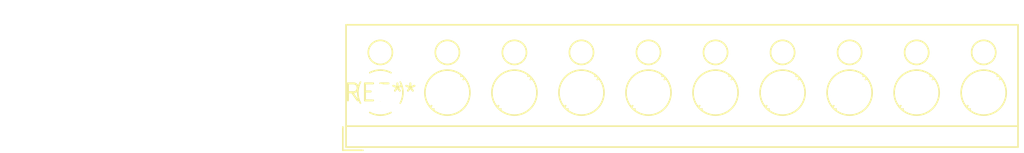
<source format=kicad_pcb>
(kicad_pcb (version 20240108) (generator pcbnew)
  (layers (0 "F.Cu" signal) (31 "B.Cu" signal) (34 "B.Paste" user) (35 "F.Paste" user) (36 "B.SilkS" user "B.Silkscreen") (37 "F.SilkS" user "F.Silkscreen") (38 "B.Mask" user) (39 "F.Mask" user) (44 "Edge.Cuts" user))
  (net 0 "")
  (footprint "TerminalBlock_RND_205-00009_1x10_P5.00mm_Horizontal" (layer "F.Cu") (at 0 0)
    (property "Reference" "REF**")
    (property "Value" "TerminalBlock_RND_205-00009_1x10_P5.00mm_Horizontal")
    (fp_line (start -2.8 2.56) (end -2.8 4.3) (layer "F.SilkS") (stroke (width 0.12)))
    (fp_line (start -2.8 4.3) (end -1.3 4.3) (layer "F.SilkS") (stroke (width 0.12)))
    (fp_line (start -2.56 -5.06) (end -2.56 4.06) (layer "F.SilkS") (stroke (width 0.12)))
    (fp_line (start -2.56 -5.06) (end 47.56 -5.06) (layer "F.SilkS") (stroke (width 0.12)))
    (fp_line (start -2.56 2.5) (end 47.56 2.5) (layer "F.SilkS") (stroke (width 0.12)))
    (fp_line (start -2.56 4.06) (end 47.56 4.06) (layer "F.SilkS") (stroke (width 0.12)))
    (fp_line (start 3.82 0.976) (end 3.726 1.069) (layer "F.SilkS") (stroke (width 0.12)))
    (fp_line (start 3.99 1.216) (end 3.931 1.274) (layer "F.SilkS") (stroke (width 0.12)))
    (fp_line (start 6.07 -1.275) (end 6.011 -1.216) (layer "F.SilkS") (stroke (width 0.12)))
    (fp_line (start 6.275 -1.069) (end 6.181 -0.976) (layer "F.SilkS") (stroke (width 0.12)))
    (fp_line (start 8.82 0.976) (end 8.726 1.069) (layer "F.SilkS") (stroke (width 0.12)))
    (fp_line (start 8.99 1.216) (end 8.931 1.274) (layer "F.SilkS") (stroke (width 0.12)))
    (fp_line (start 11.07 -1.275) (end 11.011 -1.216) (layer "F.SilkS") (stroke (width 0.12)))
    (fp_line (start 11.275 -1.069) (end 11.181 -0.976) (layer "F.SilkS") (stroke (width 0.12)))
    (fp_line (start 13.82 0.976) (end 13.726 1.069) (layer "F.SilkS") (stroke (width 0.12)))
    (fp_line (start 13.99 1.216) (end 13.931 1.274) (layer "F.SilkS") (stroke (width 0.12)))
    (fp_line (start 16.07 -1.275) (end 16.011 -1.216) (layer "F.SilkS") (stroke (width 0.12)))
    (fp_line (start 16.275 -1.069) (end 16.181 -0.976) (layer "F.SilkS") (stroke (width 0.12)))
    (fp_line (start 18.82 0.976) (end 18.726 1.069) (layer "F.SilkS") (stroke (width 0.12)))
    (fp_line (start 18.99 1.216) (end 18.931 1.274) (layer "F.SilkS") (stroke (width 0.12)))
    (fp_line (start 21.07 -1.275) (end 21.011 -1.216) (layer "F.SilkS") (stroke (width 0.12)))
    (fp_line (start 21.275 -1.069) (end 21.181 -0.976) (layer "F.SilkS") (stroke (width 0.12)))
    (fp_line (start 23.82 0.976) (end 23.726 1.069) (layer "F.SilkS") (stroke (width 0.12)))
    (fp_line (start 23.99 1.216) (end 23.931 1.274) (layer "F.SilkS") (stroke (width 0.12)))
    (fp_line (start 26.07 -1.275) (end 26.011 -1.216) (layer "F.SilkS") (stroke (width 0.12)))
    (fp_line (start 26.275 -1.069) (end 26.181 -0.976) (layer "F.SilkS") (stroke (width 0.12)))
    (fp_line (start 28.82 0.976) (end 28.726 1.069) (layer "F.SilkS") (stroke (width 0.12)))
    (fp_line (start 28.99 1.216) (end 28.931 1.274) (layer "F.SilkS") (stroke (width 0.12)))
    (fp_line (start 31.07 -1.275) (end 31.011 -1.216) (layer "F.SilkS") (stroke (width 0.12)))
    (fp_line (start 31.275 -1.069) (end 31.181 -0.976) (layer "F.SilkS") (stroke (width 0.12)))
    (fp_line (start 33.82 0.976) (end 33.726 1.069) (layer "F.SilkS") (stroke (width 0.12)))
    (fp_line (start 33.99 1.216) (end 33.931 1.274) (layer "F.SilkS") (stroke (width 0.12)))
    (fp_line (start 36.07 -1.275) (end 36.011 -1.216) (layer "F.SilkS") (stroke (width 0.12)))
    (fp_line (start 36.275 -1.069) (end 36.181 -0.976) (layer "F.SilkS") (stroke (width 0.12)))
    (fp_line (start 38.82 0.976) (end 38.726 1.069) (layer "F.SilkS") (stroke (width 0.12)))
    (fp_line (start 38.99 1.216) (end 38.931 1.274) (layer "F.SilkS") (stroke (width 0.12)))
    (fp_line (start 41.07 -1.275) (end 41.011 -1.216) (layer "F.SilkS") (stroke (width 0.12)))
    (fp_line (start 41.275 -1.069) (end 41.181 -0.976) (layer "F.SilkS") (stroke (width 0.12)))
    (fp_line (start 43.82 0.976) (end 43.726 1.069) (layer "F.SilkS") (stroke (width 0.12)))
    (fp_line (start 43.99 1.216) (end 43.931 1.274) (layer "F.SilkS") (stroke (width 0.12)))
    (fp_line (start 46.07 -1.275) (end 46.011 -1.216) (layer "F.SilkS") (stroke (width 0.12)))
    (fp_line (start 46.275 -1.069) (end 46.181 -0.976) (layer "F.SilkS") (stroke (width 0.12)))
    (fp_line (start 47.56 -5.06) (end 47.56 4.06) (layer "F.SilkS") (stroke (width 0.12)))
    (fp_arc (start -1.483953 0.789089) (mid -1.680708 5e-05) (end -1.484 -0.789) (layer "F.SilkS") (stroke (width 0.12)))
    (fp_arc (start -0.789089 -1.483953) (mid -5e-05 -1.680708) (end 0.789 -1.484) (layer "F.SilkS") (stroke (width 0.12)))
    (fp_arc (start 0.029383 1.68045) (mid -0.392304 1.634281) (end -0.789 1.484) (layer "F.SilkS") (stroke (width 0.12)))
    (fp_arc (start 0.788712 1.483352) (mid 0.406429 1.630097) (end 0 1.68) (layer "F.SilkS") (stroke (width 0.12)))
    (fp_arc (start 1.483953 -0.789089) (mid 1.680708 -5e-05) (end 1.484 0.789) (layer "F.SilkS") (stroke (width 0.12)))
    (fp_circle (center 0 -3) (end 0.9 -3) (layer "F.SilkS") (stroke (width 0.12)) (fill none))
    (fp_circle (center 5 -3) (end 5.9 -3) (layer "F.SilkS") (stroke (width 0.12)) (fill none))
    (fp_circle (center 5 0) (end 6.68 0) (layer "F.SilkS") (stroke (width 0.12)) (fill none))
    (fp_circle (center 10 -3) (end 10.9 -3) (layer "F.SilkS") (stroke (width 0.12)) (fill none))
    (fp_circle (center 10 0) (end 11.68 0) (layer "F.SilkS") (stroke (width 0.12)) (fill none))
    (fp_circle (center 15 -3) (end 15.9 -3) (layer "F.SilkS") (stroke (width 0.12)) (fill none))
    (fp_circle (center 15 0) (end 16.68 0) (layer "F.SilkS") (stroke (width 0.12)) (fill none))
    (fp_circle (center 20 -3) (end 20.9 -3) (layer "F.SilkS") (stroke (width 0.12)) (fill none))
    (fp_circle (center 20 0) (end 21.68 0) (layer "F.SilkS") (stroke (width 0.12)) (fill none))
    (fp_circle (center 25 -3) (end 25.9 -3) (layer "F.SilkS") (stroke (width 0.12)) (fill none))
    (fp_circle (center 25 0) (end 26.68 0) (layer "F.SilkS") (stroke (width 0.12)) (fill none))
    (fp_circle (center 30 -3) (end 30.9 -3) (layer "F.SilkS") (stroke (width 0.12)) (fill none))
    (fp_circle (center 30 0) (end 31.68 0) (layer "F.SilkS") (stroke (width 0.12)) (fill none))
    (fp_circle (center 35 -3) (end 35.9 -3) (layer "F.SilkS") (stroke (width 0.12)) (fill none))
    (fp_circle (center 35 0) (end 36.68 0) (layer "F.SilkS") (stroke (width 0.12)) (fill none))
    (fp_circle (center 40 -3) (end 40.9 -3) (layer "F.SilkS") (stroke (width 0.12)) (fill none))
    (fp_circle (center 40 0) (end 41.68 0) (layer "F.SilkS") (stroke (width 0.12)) (fill none))
    (fp_circle (center 45 -3) (end 45.9 -3) (layer "F.SilkS") (stroke (width 0.12)) (fill none))
    (fp_circle (center 45 0) (end 46.68 0) (layer "F.SilkS") (stroke (width 0.12)) (fill none))
    (pad "1" thru_hole rect (at 0 0) (size 2.5 2.5) (drill 1.3) (layers *.Cu *.Mask) (remove_unused_layers))
    (pad "2" thru_hole circle (at 5 0) (size 2.5 2.5) (drill 1.3) (layers *.Cu *.Mask) (remove_unused_layers))
    (pad "3" thru_hole circle (at 10 0) (size 2.5 2.5) (drill 1.3) (layers *.Cu *.Mask) (remove_unused_layers))
    (pad "4" thru_hole circle (at 15 0) (size 2.5 2.5) (drill 1.3) (layers *.Cu *.Mask) (remove_unused_layers))
    (pad "5" thru_hole circle (at 20 0) (size 2.5 2.5) (drill 1.3) (layers *.Cu *.Mask) (remove_unused_layers))
    (pad "6" thru_hole circle (at 25 0) (size 2.5 2.5) (drill 1.3) (layers *.Cu *.Mask) (remove_unused_layers))
    (pad "7" thru_hole circle (at 30 0) (size 2.5 2.5) (drill 1.3) (layers *.Cu *.Mask) (remove_unused_layers))
    (pad "8" thru_hole circle (at 35 0) (size 2.5 2.5) (drill 1.3) (layers *.Cu *.Mask) (remove_unused_layers))
    (pad "9" thru_hole circle (at 40 0) (size 2.5 2.5) (drill 1.3) (layers *.Cu *.Mask) (remove_unused_layers))
    (pad "10" thru_hole circle (at 45 0) (size 2.5 2.5) (drill 1.3) (layers *.Cu *.Mask) (remove_unused_layers))
  )
)
</source>
